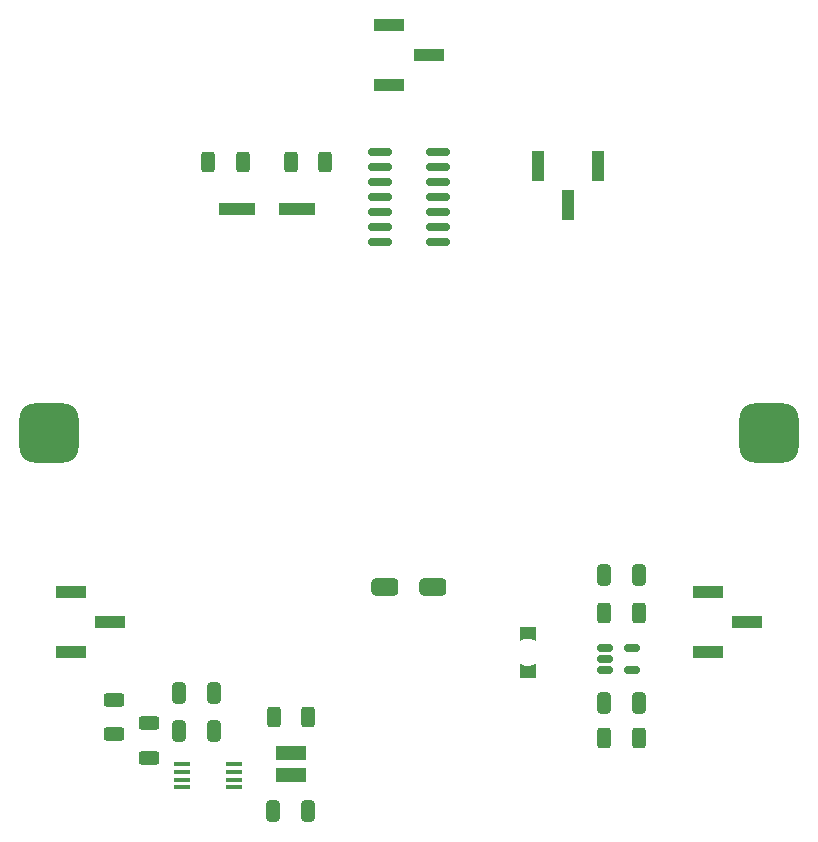
<source format=gbr>
%TF.GenerationSoftware,KiCad,Pcbnew,7.0.11*%
%TF.CreationDate,2024-08-27T07:46:35-07:00*%
%TF.ProjectId,nightLight,6e696768-744c-4696-9768-742e6b696361,rev?*%
%TF.SameCoordinates,Original*%
%TF.FileFunction,Paste,Top*%
%TF.FilePolarity,Positive*%
%FSLAX46Y46*%
G04 Gerber Fmt 4.6, Leading zero omitted, Abs format (unit mm)*
G04 Created by KiCad (PCBNEW 7.0.11) date 2024-08-27 07:46:35*
%MOMM*%
%LPD*%
G01*
G04 APERTURE LIST*
G04 Aperture macros list*
%AMRoundRect*
0 Rectangle with rounded corners*
0 $1 Rounding radius*
0 $2 $3 $4 $5 $6 $7 $8 $9 X,Y pos of 4 corners*
0 Add a 4 corners polygon primitive as box body*
4,1,4,$2,$3,$4,$5,$6,$7,$8,$9,$2,$3,0*
0 Add four circle primitives for the rounded corners*
1,1,$1+$1,$2,$3*
1,1,$1+$1,$4,$5*
1,1,$1+$1,$6,$7*
1,1,$1+$1,$8,$9*
0 Add four rect primitives between the rounded corners*
20,1,$1+$1,$2,$3,$4,$5,0*
20,1,$1+$1,$4,$5,$6,$7,0*
20,1,$1+$1,$6,$7,$8,$9,0*
20,1,$1+$1,$8,$9,$2,$3,0*%
G04 Aperture macros list end*
%ADD10C,0.000100*%
%ADD11C,0.010000*%
%ADD12RoundRect,0.250000X-0.312500X-0.625000X0.312500X-0.625000X0.312500X0.625000X-0.312500X0.625000X0*%
%ADD13RoundRect,0.250000X0.625000X-0.312500X0.625000X0.312500X-0.625000X0.312500X-0.625000X-0.312500X0*%
%ADD14RoundRect,0.250000X0.325000X0.650000X-0.325000X0.650000X-0.325000X-0.650000X0.325000X-0.650000X0*%
%ADD15R,2.500000X1.150000*%
%ADD16RoundRect,0.381000X-0.762000X-0.381000X0.762000X-0.381000X0.762000X0.381000X-0.762000X0.381000X0*%
%ADD17RoundRect,0.250000X0.312500X0.625000X-0.312500X0.625000X-0.312500X-0.625000X0.312500X-0.625000X0*%
%ADD18RoundRect,0.250000X-0.325000X-0.650000X0.325000X-0.650000X0.325000X0.650000X-0.325000X0.650000X0*%
%ADD19R,1.425000X0.450000*%
%ADD20RoundRect,0.150000X-0.825000X-0.150000X0.825000X-0.150000X0.825000X0.150000X-0.825000X0.150000X0*%
%ADD21R,1.000000X2.510000*%
%ADD22R,2.510000X1.000000*%
%ADD23RoundRect,0.150000X-0.512500X-0.150000X0.512500X-0.150000X0.512500X0.150000X-0.512500X0.150000X0*%
%ADD24RoundRect,1.250000X-1.250000X-1.250000X1.250000X-1.250000X1.250000X1.250000X-1.250000X1.250000X0*%
%ADD25R,3.150000X1.000000*%
G04 APERTURE END LIST*
D10*
%TO.C,D1*%
X159450000Y-119575000D02*
X159375000Y-119525000D01*
D11*
X160625000Y-117475000D02*
X160587000Y-117452000D01*
X160549000Y-117431000D01*
X160510000Y-117412000D01*
X160470000Y-117393000D01*
X160429000Y-117377000D01*
X160388000Y-117361000D01*
X160346000Y-117348000D01*
X160304000Y-117336000D01*
X160261000Y-117325000D01*
X160218000Y-117316000D01*
X160175000Y-117309000D01*
X160131000Y-117303000D01*
X160088000Y-117299000D01*
X160044000Y-117297000D01*
X160000000Y-117296000D01*
X159956000Y-117297000D01*
X159912000Y-117299000D01*
X159869000Y-117303000D01*
X159825000Y-117309000D01*
X159782000Y-117316000D01*
X159739000Y-117325000D01*
X159696000Y-117336000D01*
X159654000Y-117348000D01*
X159612000Y-117361000D01*
X159571000Y-117377000D01*
X159530000Y-117393000D01*
X159490000Y-117412000D01*
X159451000Y-117431000D01*
X159413000Y-117452000D01*
X159375000Y-117475000D01*
X159375000Y-116400000D01*
X160625000Y-116400000D01*
X160625000Y-117475000D01*
G36*
X160625000Y-117475000D02*
G01*
X160587000Y-117452000D01*
X160549000Y-117431000D01*
X160510000Y-117412000D01*
X160470000Y-117393000D01*
X160429000Y-117377000D01*
X160388000Y-117361000D01*
X160346000Y-117348000D01*
X160304000Y-117336000D01*
X160261000Y-117325000D01*
X160218000Y-117316000D01*
X160175000Y-117309000D01*
X160131000Y-117303000D01*
X160088000Y-117299000D01*
X160044000Y-117297000D01*
X160000000Y-117296000D01*
X159956000Y-117297000D01*
X159912000Y-117299000D01*
X159869000Y-117303000D01*
X159825000Y-117309000D01*
X159782000Y-117316000D01*
X159739000Y-117325000D01*
X159696000Y-117336000D01*
X159654000Y-117348000D01*
X159612000Y-117361000D01*
X159571000Y-117377000D01*
X159530000Y-117393000D01*
X159490000Y-117412000D01*
X159451000Y-117431000D01*
X159413000Y-117452000D01*
X159375000Y-117475000D01*
X159375000Y-116400000D01*
X160625000Y-116400000D01*
X160625000Y-117475000D01*
G37*
X160625000Y-120600000D02*
X159375000Y-120600000D01*
X159375000Y-119525000D01*
X159413000Y-119548000D01*
X159451000Y-119569000D01*
X159490000Y-119588000D01*
X159530000Y-119607000D01*
X159571000Y-119623000D01*
X159612000Y-119639000D01*
X159654000Y-119652000D01*
X159696000Y-119664000D01*
X159739000Y-119675000D01*
X159782000Y-119684000D01*
X159825000Y-119691000D01*
X159869000Y-119697000D01*
X159912000Y-119701000D01*
X159956000Y-119703000D01*
X160000000Y-119704000D01*
X160044000Y-119703000D01*
X160088000Y-119701000D01*
X160131000Y-119697000D01*
X160175000Y-119691000D01*
X160218000Y-119684000D01*
X160261000Y-119675000D01*
X160304000Y-119664000D01*
X160346000Y-119652000D01*
X160388000Y-119639000D01*
X160429000Y-119623000D01*
X160470000Y-119607000D01*
X160510000Y-119588000D01*
X160549000Y-119569000D01*
X160587000Y-119548000D01*
X160625000Y-119525000D01*
X160625000Y-120600000D01*
G36*
X160625000Y-120600000D02*
G01*
X159375000Y-120600000D01*
X159375000Y-119525000D01*
X159413000Y-119548000D01*
X159451000Y-119569000D01*
X159490000Y-119588000D01*
X159530000Y-119607000D01*
X159571000Y-119623000D01*
X159612000Y-119639000D01*
X159654000Y-119652000D01*
X159696000Y-119664000D01*
X159739000Y-119675000D01*
X159782000Y-119684000D01*
X159825000Y-119691000D01*
X159869000Y-119697000D01*
X159912000Y-119701000D01*
X159956000Y-119703000D01*
X160000000Y-119704000D01*
X160044000Y-119703000D01*
X160088000Y-119701000D01*
X160131000Y-119697000D01*
X160175000Y-119691000D01*
X160218000Y-119684000D01*
X160261000Y-119675000D01*
X160304000Y-119664000D01*
X160346000Y-119652000D01*
X160388000Y-119639000D01*
X160429000Y-119623000D01*
X160470000Y-119607000D01*
X160510000Y-119588000D01*
X160549000Y-119569000D01*
X160587000Y-119548000D01*
X160625000Y-119525000D01*
X160625000Y-120600000D01*
G37*
%TD*%
D12*
%TO.C,R2*%
X133000000Y-77000000D03*
X135925000Y-77000000D03*
%TD*%
D13*
%TO.C,R4*%
X125000000Y-125462500D03*
X125000000Y-122537500D03*
%TD*%
D14*
%TO.C,C1*%
X141475000Y-132000000D03*
X138525000Y-132000000D03*
%TD*%
D15*
%TO.C,L1*%
X140000000Y-127075000D03*
X140000000Y-128925000D03*
%TD*%
D16*
%TO.C,U1*%
X148000000Y-113000000D03*
X152000000Y-113000000D03*
%TD*%
D17*
%TO.C,R1*%
X142925000Y-77000000D03*
X140000000Y-77000000D03*
%TD*%
D18*
%TO.C,C4*%
X166525000Y-122800000D03*
X169475000Y-122800000D03*
%TD*%
D19*
%TO.C,IC1*%
X135212000Y-129975000D03*
X135212000Y-129325000D03*
X135212000Y-128675000D03*
X135212000Y-128025000D03*
X130788000Y-128025000D03*
X130788000Y-128675000D03*
X130788000Y-129325000D03*
X130788000Y-129975000D03*
%TD*%
D20*
%TO.C,U2*%
X147525000Y-76190000D03*
X147525000Y-77460000D03*
X147525000Y-78730000D03*
X147525000Y-80000000D03*
X147525000Y-81270000D03*
X147525000Y-82540000D03*
X147525000Y-83810000D03*
X152475000Y-83810000D03*
X152475000Y-82540000D03*
X152475000Y-81270000D03*
X152475000Y-80000000D03*
X152475000Y-78730000D03*
X152475000Y-77460000D03*
X152475000Y-76190000D03*
%TD*%
D17*
%TO.C,R6*%
X169442500Y-115181250D03*
X166517500Y-115181250D03*
%TD*%
D21*
%TO.C,J4*%
X166000000Y-77345000D03*
X163460000Y-80655000D03*
X160920000Y-77345000D03*
%TD*%
D13*
%TO.C,R5*%
X128000000Y-127462500D03*
X128000000Y-124537500D03*
%TD*%
D22*
%TO.C,J2*%
X175345000Y-113460000D03*
X178655000Y-116000000D03*
X175345000Y-118540000D03*
%TD*%
D17*
%TO.C,R7*%
X169500000Y-125800000D03*
X166537500Y-125800000D03*
%TD*%
D22*
%TO.C,J3*%
X121345000Y-113460000D03*
X124655000Y-116000000D03*
X121345000Y-118540000D03*
%TD*%
D23*
%TO.C,U3*%
X166612500Y-118137500D03*
X166612500Y-119087500D03*
X166612500Y-120037500D03*
X168887500Y-120037500D03*
X168887500Y-118137500D03*
%TD*%
D18*
%TO.C,C3*%
X130525000Y-122000000D03*
X133475000Y-122000000D03*
%TD*%
D14*
%TO.C,C5*%
X169475000Y-112000000D03*
X166525000Y-112000000D03*
%TD*%
D24*
%TO.C,BT1*%
X180480000Y-100000000D03*
X119520000Y-100000000D03*
%TD*%
D25*
%TO.C,SW2*%
X140525000Y-81000000D03*
X135475000Y-81000000D03*
%TD*%
D18*
%TO.C,C2*%
X130525000Y-125175000D03*
X133475000Y-125175000D03*
%TD*%
D22*
%TO.C,J1*%
X148345000Y-65460000D03*
X151655000Y-68000000D03*
X148345000Y-70540000D03*
%TD*%
D17*
%TO.C,R3*%
X141462500Y-124000000D03*
X138537500Y-124000000D03*
%TD*%
M02*

</source>
